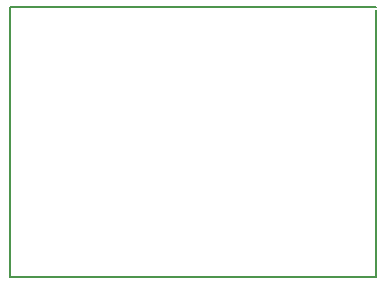
<source format=gbr>
G04 #@! TF.FileFunction,Profile,NP*
%FSLAX46Y46*%
G04 Gerber Fmt 4.6, Leading zero omitted, Abs format (unit mm)*
G04 Created by KiCad (PCBNEW 4.0.1+dfsg1-stable) date Thu 03 Mar 2016 02:15:59 PM PST*
%MOMM*%
G01*
G04 APERTURE LIST*
%ADD10C,0.100000*%
%ADD11C,0.150000*%
G04 APERTURE END LIST*
D10*
D11*
X129794000Y-87376000D02*
X160782000Y-87376000D01*
X129794000Y-110236000D02*
X129794000Y-87376000D01*
X160782000Y-110236000D02*
X129794000Y-110236000D01*
X160782000Y-87630000D02*
X160782000Y-110236000D01*
M02*

</source>
